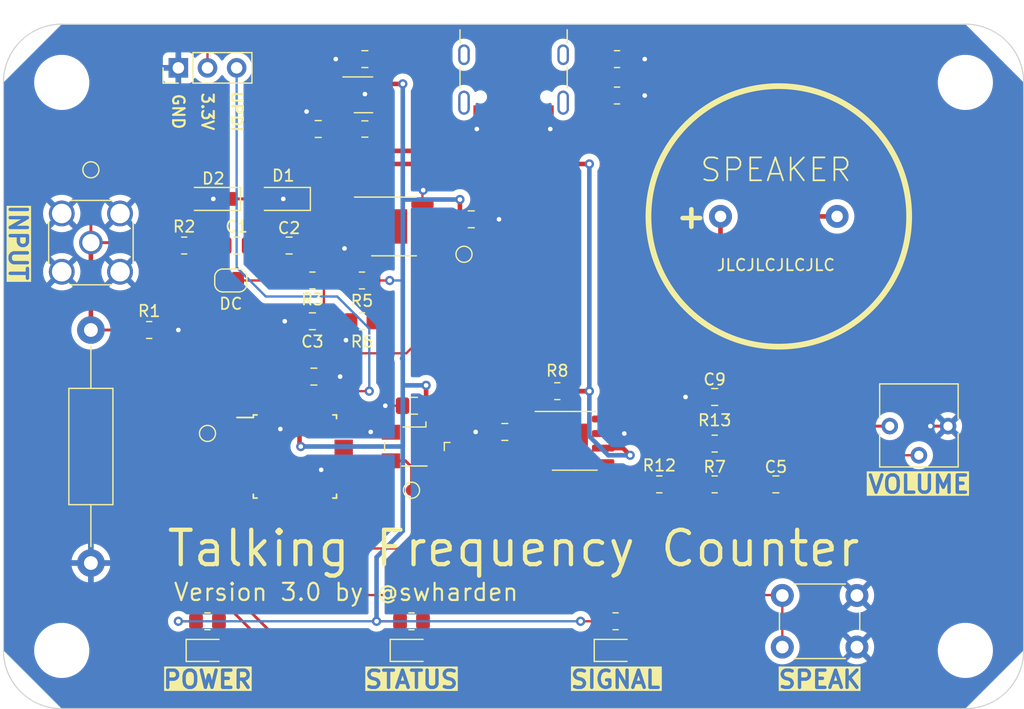
<source format=kicad_pcb>
(kicad_pcb (version 20221018) (generator pcbnew)
  (layers (0 "F.Cu" signal) (31 "B.Cu" signal) (34 "B.Paste" user) (35 "F.Paste" user) (36 "B.SilkS" user "B.Silkscreen") (37 "F.SilkS" user "F.Silkscreen") (38 "B.Mask" user) (39 "F.Mask" user) (44 "Edge.Cuts" user))
  (net 0 "")
  (net 1 "Net-(D1-A)")
  (net 2 "Net-(JP1-A)")
  (net 3 "Net-(IC1--IN)")
  (net 4 "Net-(IC1-+IN)")
  (net 5 "GND")
  (net 6 "+3.3V")
  (net 7 "Net-(C5-Pad1)")
  (net 8 "Net-(C5-Pad2)")
  (net 9 "Net-(IC2-+IN)")
  (net 10 "DAC")
  (net 11 "+5V")
  (net 12 "LED2")
  (net 13 "Net-(D3-A)")
  (net 14 "LED3")
  (net 15 "Net-(D4-A)")
  (net 16 "LED1")
  (net 17 "Net-(D6-A)")
  (net 18 "Net-(FB2-Pad1)")
  (net 21 "COMP_OUT")
  (net 22 "Net-(IC2-SHUTDOWN)")
  (net 23 "Net-(IC2--IN)")
  (net 24 "Net-(IC2-VO1)")
  (net 25 "Net-(IC2-VO2)")
  (net 26 "Net-(J1-In)")
  (net 27 "Net-(J3-CC1)")
  (net 28 "Net-(J3-CC2)")
  (net 29 "Net-(U3-PD6)")
  (net 30 "Net-(U3-PC3)")
  (net 31 "Net-(U3-XTAL32K1{slash}PF0)")
  (net 32 "Net-(U3-PA4)")
  (net 54 "Net-(J2-Pin_3)")
  (footprint "Capacitor_SMD:C_0805_2012Metric_Pad1.18x1.45mm_HandSolder" (layer "F.Cu") (at 163.576 108.712)
    (fp_text reference "C9")
    (fp_text value ".1u")
  )
  (footprint "Capacitor_SMD:C_0805_2012Metric_Pad1.18x1.45mm_HandSolder" (layer "F.Cu") (at 129.032 85.344)
    (fp_text reference "C10" hide)
    (fp_text value ".1u")
  )
  (footprint "MountingHole:MountingHole_4.3mm_M4" (layer "F.Cu") (at 106.68 130.81)
    (fp_text reference "REF**" hide)
    (fp_text value "MountingHole_4.3mm_M4" hide)
  )
  (footprint "Package_TO_SOT_SMD:SOT-23-5" (layer "F.Cu") (at 132.9745 82.362)
    (fp_text reference "U2" hide)
    (fp_text value "AP2112K-3.3")
  )
  (footprint "Capacitor_SMD:C_0805_2012Metric_Pad1.18x1.45mm_HandSolder" (layer "F.Cu") (at 145.288 111.76 180)
    (fp_text reference "C6" hide)
    (fp_text value ".1u")
  )
  (footprint "LED_SMD:LED_0805_2012Metric_Pad1.15x1.40mm_HandSolder" (layer "F.Cu") (at 154.94 130.81)
    (fp_text reference "D3" hide)
    (fp_text value "SIGNAL")
  )
  (footprint "Capacitor_SMD:C_0805_2012Metric_Pad1.18x1.45mm_HandSolder" (layer "F.Cu") (at 137.414 109.474)
    (fp_text reference "C8" hide)
    (fp_text value ".1u")
  )
  (footprint "MountingHole:MountingHole_4.3mm_M4" (layer "F.Cu") (at 106.68 81.28)
    (fp_text reference "REF**" hide)
    (fp_text value "MountingHole_4.3mm_M4" hide)
  )
  (footprint "Resistor_SMD:R_0805_2012Metric_Pad1.20x1.40mm_HandSolder" (layer "F.Cu") (at 132.842 102.108)
    (fp_text reference "R6")
    (fp_text value "10k")
  )
  (footprint "TestPoint:TestPoint_Pad_D1.0mm" (layer "F.Cu") (at 137.16 116.84)
    (fp_text reference "TP2" hide)
    (fp_text value "10MHz")
  )
  (footprint "Package_SO:SOIC-8-1EP_3.9x4.9mm_P1.27mm_EP2.29x3mm" (layer "F.Cu") (at 151.384 112.534)
    (fp_text reference "IC2" hide)
    (fp_text value "LM4862MX_NOPB")
  )
  (footprint "Resistor_SMD:R_0805_2012Metric_Pad1.20x1.40mm_HandSolder" (layer "F.Cu") (at 154.94 128.27 180)
    (fp_text reference "R4" hide)
    (fp_text value "10k")
  )
  (footprint "MountingHole:MountingHole_4.3mm_M4" (layer "F.Cu") (at 185.42 130.81 90)
    (fp_text reference "REF**" hide)
    (fp_text value "MountingHole_4.3mm_M4" hide)
  )
  (footprint "Resistor_SMD:R_0805_2012Metric_Pad1.20x1.40mm_HandSolder" (layer "F.Cu") (at 114.3 102.87)
    (fp_text reference "R1")
    (fp_text value "100k")
  )
  (footprint "Diode_SMD:D_SOD-123" (layer "F.Cu") (at 125.984 91.44 180)
    (fp_text reference "D1")
    (fp_text value "D")
  )
  (footprint "Resistor_SMD:R_0805_2012Metric_Pad1.20x1.40mm_HandSolder" (layer "F.Cu") (at 149.86 108.204 180)
    (fp_text reference "R8")
    (fp_text value "10k")
  )
  (footprint "Library:speaker SM231508" (layer "F.Cu") (at 169.164 92.964)
    (fp_text reference "LS1" hide)
    (fp_text value "Speaker")
  )
  (footprint "Resistor_THT:R_Axial_DIN0411_L9.9mm_D3.6mm_P20.32mm_Horizontal" (layer "F.Cu") (at 109.22 102.87 -90)
    (fp_text reference "R_LOAD1" hide)
    (fp_text value "50")
  )
  (footprint "Package_SO:SOIC-8-1EP_3.9x4.9mm_P1.27mm_EP2.29x3mm" (layer "F.Cu") (at 135.636 93.841)
    (fp_text reference "IC1" hide)
    (fp_text value "TLV3501AIDR")
  )
  (footprint "Resistor_SMD:R_0805_2012Metric_Pad1.20x1.40mm_HandSolder" (layer "F.Cu") (at 128.524 98.552 180)
    (fp_text reference "R3")
    (fp_text value "100k")
  )
  (footprint "Resistor_SMD:R_0805_2012Metric_Pad1.20x1.40mm_HandSolder" (layer "F.Cu") (at 132.842 98.552)
    (fp_text reference "R5")
    (fp_text value "10k")
  )
  (footprint "Capacitor_SMD:C_0805_2012Metric_Pad1.18x1.45mm_HandSolder" (layer "F.Cu") (at 121.92 95.504 180)
    (fp_text reference "C1")
    (fp_text value ".1u")
  )
  (footprint "Capacitor_SMD:C_0805_2012Metric_Pad1.18x1.45mm_HandSolder" (layer "F.Cu") (at 133.096 79.248)
    (fp_text reference "C11" hide)
    (fp_text value ".1u")
  )
  (footprint "LED_SMD:LED_0805_2012Metric_Pad1.15x1.40mm_HandSolder" (layer "F.Cu") (at 119.38 130.81)
    (fp_text reference "D6" hide)
    (fp_text value "POWER")
  )
  (footprint "Resistor_SMD:R_0805_2012Metric_Pad1.20x1.40mm_HandSolder" (layer "F.Cu") (at 163.576 116.332)
    (fp_text reference "R7")
    (fp_text value "1k")
  )
  (footprint "Resistor_SMD:R_0805_2012Metric_Pad1.20x1.40mm_HandSolder" (layer "F.Cu") (at 163.576 112.776)
    (fp_text reference "R13")
    (fp_text value "10k")
  )
  (footprint "Diode_SMD:D_SOD-123" (layer "F.Cu") (at 119.888 91.44 180)
    (fp_text reference "D2")
    (fp_text value "D")
  )
  (footprint "Package_QFP:TQFP-32_7x7mm_P0.8mm" (layer "F.Cu") (at 127 113.9)
    (fp_text reference "U3" hide)
    (fp_text value "AVR64DD32")
  )
  (footprint "Capacitor_SMD:C_0805_2012Metric_Pad1.18x1.45mm_HandSolder" (layer "F.Cu") (at 128.524 102.108 180)
    (fp_text reference "C3")
    (fp_text value ".1u")
  )
  (footprint "Resistor_SMD:R_0805_2012Metric_Pad1.20x1.40mm_HandSolder" (layer "F.Cu") (at 119.38 128.27 180)
    (fp_text reference "R16" hide)
    (fp_text value "10k")
  )
  (footprint "TestPoint:TestPoint_Pad_D1.0mm" (layer "F.Cu") (at 109.22 88.9)
    (fp_text reference "TP3" hide)
    (fp_text value "SIG_IN")
  )
  (footprint "LED_SMD:LED_0805_2012Metric_Pad1.15x1.40mm_HandSolder" (layer "F.Cu") (at 137.16 130.81)
    (fp_text reference "D4" hide)
    (fp_text value "STATUS")
  )
  (footprint "Resistor_SMD:R_0805_2012Metric_Pad1.20x1.40mm_HandSolder" (layer "F.Cu") (at 155.067 82.423)
    (fp_text reference "R11" hide)
    (fp_text value "5.1k")
  )
  (footprint "Capacitor_SMD:C_0805_2012Metric_Pad1.18x1.45mm_HandSolder" (layer "F.Cu") (at 142.367 93.218 180)
    (fp_text reference "C4" hide)
    (fp_text value ".1u")
  )
  (footprint "Resistor_SMD:R_0805_2012Metric_Pad1.20x1.40mm_HandSolder" (layer "F.Cu") (at 137.16 128.27 180)
    (fp_text reference "R9" hide)
    (fp_text value "10k")
  )
  (footprint "MountingHole:MountingHole_4.3mm_M4" (layer "F.Cu") (at 185.42 81.28)
    (fp_text reference "REF**" hide)
    (fp_text value "MountingHole_4.3mm_M4" hide)
  )
  (footprint "Capacitor_SMD:C_0805_2012Metric_Pad1.18x1.45mm_HandSolder" (layer "F.Cu") (at 168.91 116.332)
    (fp_text reference "C5")
    (fp_text value ".1u")
  )
  (footprint "Jumper:SolderJumper-2_P1.3mm_Open_RoundedPad1.0x1.5mm" (layer "F.Cu") (at 121.412 98.552)
    (fp_text reference "JP1" hide)
    (fp_text value "DC_INPUT")
  )
  (footprint "Inductor_SMD:L_0805_2012Metric_Pad1.15x1.40mm_HandSolder" (layer "F.Cu") (at 133.096 85.344 180)
    (fp_text reference "FB2" hide)
    (fp_text value "Ferrite")
  )
  (footprint "Potentiometer_THT:Potentiometer_Vishay_T73YP_Vertical" (layer "F.Cu") (at 178.831 111.252 -90)
    (fp_text reference "RV1" hide)
    (fp_text value "R_VOL")
  )
  (footprint "Library:USB_C_Receptacle_GCT_USB4105-xx-A_16P_TopMnt_Horizontal" (layer "F.Cu") (at 146.052 79.942 180)
    (fp_text reference "J3" hide)
    (fp_text value "USB_C_Receptacle_PowerOnly_6P")
  )
  (footprint "Capacitor_SMD:C_0805_2012Metric_Pad1.18x1.45mm_HandSolder" (layer "F.Cu") (at 126.492 95.504 180)
    (fp_text reference "C2")
    (fp_text value ".1u")
  )
  (footprint "Oscillator:Oscillator_SMD_Fox_FT5H_5.0x3.2mm" (layer "F.Cu") (at 137.414 113.03 -90)
    (fp_text reference "U4" hide)
    (fp_text value "FT5HV")
  )
  (footprint "Resistor_SMD:R_0805_2012Metric_Pad1.20x1.40mm_HandSolder" (layer "F.Cu") (at 158.75 116.332)
    (fp_text reference "R12")
    (fp_text value "47k")
  )
  (footprint "TestPoint:TestPoint_Pad_D1.0mm" (layer "F.Cu") (at 141.732 96.266)
    (fp_text reference "TP1" hide)
    (fp_text value "AMP_OUT")
  )
  (footprint "Resistor_SMD:R_0805_2012Metric_Pad1.20x1.40mm_HandSolder" (layer "F.Cu") (at 155.067 79.248)
    (fp_text reference "R10" hide)
    (fp_text value "5.1k")
  )
  (footprint "Connector_Coaxial:SMA_Amphenol_132134_Vertical" (layer "F.Cu") (at 109.22 95.25)
    (fp_text reference "J1" hide)
    (fp_text value "Conn_Coaxial")
  )
  (footprint "Button_Switch_THT:SW_PUSH_6mm_H5mm" (layer "F.Cu") (at 169.47 126.02)
    (fp_text reference "SW1" hide)
    (fp_text value "SPEAK")
  )
  (footprint "Resistor_SMD:R_0805_2012Metric_Pad1.20x1.40mm_HandSolder" (layer "F.Cu") (at 117.348 95.504)
    (fp_text reference "R2")
    (fp_text value "1k")
  )
  (footprint "Capacitor_SMD:C_0805_2012Metric_Pad1.18x1.45mm_HandSolder" (layer "F.Cu") (at 128.651 106.934 180)
    (fp_text reference "C7" hide)
    (fp_text value ".1u")
  )
  (footprint "Connector_PinHeader_2.54mm:PinHeader_1x03_P2.54mm_Vertical" (layer "F.Cu") (at 116.84 80.01 90)
    (fp_text reference "J2" hide)
    (fp_text value "PROG")
  )
  (footprint "TestPoint:TestPoint_Pad_D1.0mm" (layer "F.Cu") (at 119.38 111.887)
    (fp_text reference "TP4" hide)
    (fp_text value "MCU_TX")
  )
  (gr_arc (start 185.42 76.2) (mid 189.012102 77.687898) (end 190.5 81.28) (stroke (width 0.1)) (layer "Edge.Cuts"))
  (gr_line (start 185.42 135.89) (end 106.68 135.89) (stroke (width 0.1)) (layer "Edge.Cuts"))
  (gr_arc (start 101.6 81.28) (mid 103.087898 77.687898) (end 106.68 76.2) (stroke (width 0.1)) (layer "Edge.Cuts"))
  (gr_line (start 101.6 81.28) (end 101.6 130.81) (stroke (width 0.1)) (layer "Edge.Cuts"))
  (gr_arc (start 106.68 135.89) (mid 103.087898 134.402102) (end 101.6 130.81) (stroke (width 0.1)) (layer "Edge.Cuts"))
  (gr_line (start 190.5 130.81) (end 190.5 81.28) (stroke (width 0.1)) (layer "Edge.Cuts"))
  (gr_arc (start 190.5 130.81) (mid 189.012102 134.402102) (end 185.42 135.89) (stroke (width 0.1)) (layer "Edge.Cuts"))
  (gr_line (start 185.42 76.2) (end 106.68 76.2) (stroke (width 0.1)) (layer "Edge.Cuts"))
  (gr_text "LOAD" (at 109.22 113.03 90) (layer "F.Cu") (effects (font (size 1.5 1.5) (thickness 0.3) bold)))
  (gr_text "DC" (at 121.412 100.584) (layer "F.SilkS") (effects (font (size 1 1))))
  (gr_text "Talking Frequency Counter" (at 146.05 121.92) (layer "F.SilkS") (effects (font (size 3 3) (thickness 0.375))))
  (gr_text "SPEAKER" (at 168.91 88.9) (layer "F.SilkS") (effects (font (size 2 2))))
  (gr_text "STATUS" (at 137.16 133.35) (layer "F.SilkS" knockout) (effects (font (size 1.5 1.5) (thickness 0.3) bold)))
  (gr_text "POWER" (at 119.38 133.35) (layer "F.SilkS" knockout) (effects (font (size 1.5 1.5) (thickness 0.3) bold)))
  (gr_text "SPEAK" (at 172.72 133.35) (layer "F.SilkS" knockout) (effects (font (size 1.5 1.5) (thickness 0.3) bold)))
  (gr_text "INPUT" (at 102.87 95.25 270) (layer "F.SilkS" knockout) (effects (font (size 1.5 1.5) (thickness 0.3) bold)))
  (gr_text "SIGNAL" (at 154.94 133.35) (layer "F.SilkS" knockout) (effects (font (size 1.5 1.5) (thickness 0.3) bold)))
  (gr_text "UPDI" (at 121.92 83.82 270) (layer "F.SilkS") (effects (font (size 1 1) (thickness 0.1875))))
  (gr_text "GND" (at 116.84 83.82 270) (layer "F.SilkS") (effects (font (size 1 1) (thickness 0.1875))))
  (gr_text "Version 3.0 by @swharden" (at 116.332 125.73) (layer "F.SilkS") (effects (font (size 1.5 1.5) (thickness 0.1875)) (justify left)))
  (gr_text "JLCJLCJLCJLC" (at 168.91 97.79) (layer "F.SilkS") (effects (font (size 1 1)) (justify bottom)))
  (gr_text "VOLUME" (at 181.356 116.332) (layer "F.SilkS" knockout) (effects (font (size 1.5 1.5) (thickness 0.3) bold)))
  (gr_text "3.3V" (at 119.38 83.82 270) (layer "F.SilkS") (effects (font (size 1 1) (thickness 0.1875))))
  (segment (start 122.936 91.44) (end 121.538 91.44) (width 0.25) (layer "F.Cu") (net 1))
  (segment (start 122.9575 95.504) (end 125.4545 95.504) (width 0.25) (layer "F.Cu") (net 1))
  (segment (start 122.9575 95.504) (end 122.9575 91.4615) (width 0.25) (layer "F.Cu") (net 1))
  (segment (start 121.538 91.44) (end 124.334 91.44) (width 0.25) (layer "F.Cu") (net 1))
  (segment (start 122.9575 91.4615) (end 122.936 91.44) (width 0.25) (layer "F.Cu") (net 1))
  (segment (start 118.348 95.504) (end 120.8825 95.504) (width 0.25) (layer "F.Cu") (net 2))
  (segment (start 120.8825 95.504) (end 120.8825 98.4315) (width 0.25) (layer "F.Cu") (net 2))
  (segment (start 120.8825 98.4315) (end 120.762 98.552) (width 0.25) (layer "F.Cu") (net 2))
  (segment (start 127.5295 95.504) (end 127.5295 98.5465) (width 0.2) (layer "F.Cu") (net 3))
  (segment (start 128.5025 93.472) (end 133.034 93.472) (width 0.2) (layer "F.Cu") (net 3))
  (segment (start 133.034 93.472) (end 133.161 93.345) (width 0.2) (layer "F.Cu") (net 3))
  (segment (start 127.5295 98.5465) (end 127.524 98.552) (width 0.2) (layer "F.Cu") (net 3))
  (segment (start 127.5295 95.504) (end 127.5295 94.445) (width 0.2) (layer "F.Cu") (net 3))
  (segment (start 122.062 98.552) (end 127.524 98.552) (width 0.2) (layer "F.Cu") (net 3))
  (segment (start 127.5295 94.445) (end 128.5025 93.472) (width 0.2) (layer "F.Cu") (net 3))
  (segment (start 132.334 100.33) (end 133.35 100.33) (width 0.2) (layer "F.Cu") (net 4))
  (segment (start 129.524 98.552) (end 131.842 98.552) (width 0.2) (layer "F.Cu") (net 4))
  (segment (start 129.524 95.52) (end 130.568 94.476) (width 0.2) (layer "F.Cu") (net 4))
  (segment (start 130.568 94.476) (end 133.161 94.476) (width 0.2) (layer "F.Cu") (net 4))
  (segment (start 133.35 100.33) (end 133.842 100.822) (width 0.2) (layer "F.Cu") (net 4))
  (segment (start 131.842 98.552) (end 131.842 99.838) (width 0.2) (layer "F.Cu") (net 4))
  (segment (start 129.524 102.0705) (end 129.5615 102.108) (width 0.2) (layer "F.Cu") (net 4))
  (segment (start 129.524 98.552) (end 129.524 95.52) (width 0.2) (layer "F.Cu") (net 4))
  (segment (start 133.842 100.822) (end 133.842 102.108) (width 0.2) (layer "F.Cu") (net 4))
  (segment (start 131.842 99.838) (end 132.334 100.33) (width 0.2) (layer "F.Cu") (net 4))
  (segment (start 129.524 98.552) (end 129.524 102.0705) (width 0.2) (layer "F.Cu") (net 4))
  (segment (start 131.445 102.505) (end 131.842 102.108) (width 0.2) (layer "F.Cu") (net 5))
  (segment (start 133.604 111.76) (end 135.344 111.76) (width 0.25) (layer "F.Cu") (net 5))
  (segment (start 127.9945 83.8415) (end 128.016 83.82) (width 0.2) (layer "F.Cu") (net 5))
  (segment (start 144.2505 111.76) (end 142.748 111.76) (width 0.2) (layer "F.Cu") (net 5))
  (segment (start 131.445 103.759) (end 131.445 102.505) (width 0.2) (layer "F.Cu") (net 5))
  (segment (start 157.48 79.248) (end 156.067 79.248) (width 0.2) (layer "F.Cu") (net 5))
  (segment (start 144.78 93.218) (end 143.4045 93.218) (width 0.2) (layer "F.Cu") (net 5))
  (segment (start 131.25 115.1) (end 129.324 115.1) (width 0.4) (layer "F.Cu") (net 5))
  (segment (start 155.702 111.899) (end 153.859 111.899) (width 0.4) (layer "F.Cu") (net 5))
  (segment (start 131.318 95.758) (end 133.034 95.758) (width 0.2) (layer "F.Cu") (net 5))
  (segment (start 127.634 91.44) (end 125.984 91.44) (width 0.25) (layer "F.Cu") (net 5))
  (segment (start 126.111 102.108) (end 127.4865 102.108) (width 0.2) (layer "F.Cu") (net 5))
  (segment (start 138.176 90.678) (end 138.111 90.743) (width 0.2) (layer "F.Cu") (net 5))
  (segment (start 125.73 111.506) (end 126.6 110.636) (width 0.4) (layer "F.Cu") (net 5))
  (segment (start 118.238 91.44) (end 119.888 91.44) (width 0.25) (layer "F.Cu") (net 5))
  (segment (start 149.25 85.344) (end 149.25 83.8454) (width 0.4) (layer "F.Cu") (net 5))
  (segment (start 133.034 95.758) (end 133.161 95.885) (width 0.2) (layer "F.Cu") (net 5))
  (segment (start 115.3 102.87) (end 116.84 102.87) (width 0.25) (layer "F.Cu") (net 5))
  (segment (start 129.6885 106.934) (end 130.937 106.934) (width 0.2) (layer "F.Cu") (net 5))
  (segment (start 129.324 115.1) (end 129.286 115.062) (width 0.4) (layer "F.Cu") (net 5))
  (segment (start 157.48 82.423) (end 156.067 82.423) (width 0.2) (layer "F.Cu") (net 5))
  (segment (start 133.03 82.362) (end 133.096 82.296) (width 0.4) (layer "F.Cu") (net 5))
  (segment (start 126.6 110.636) (end 126.6 109.65) (width 0.4) (layer "F.Cu") (net 5))
  (segment (start 136.3765 109.474) (end 134.874 109.474) (width 0.2) (layer "F.Cu") (net 5))
  (segment (start 131.837 82.362) (end 133.03 82.362) (width 0.4) (layer "F.Cu") (net 5))
  (segment (start 135.344 111.76) (end 135.364 111.78) (width 0.25) (layer "F.Cu") (net 5))
  (segment (start 132.0585 79.248) (end 130.556 79.248) (width 0.2) (layer "F.Cu") (net 5))
  (segment (start 142.85 85.344) (end 142.85 83.8454) (width 0.4) (layer "F.Cu") (net 5))
  (segment (start 138.111 90.743) (end 138.111 92.075) (width 0.2) (layer "F.Cu") (net 5))
  (segment (start 182.372 111.252) (end 183.911 111.252) (width 0.25) (layer "F.Cu") (net 5))
  (segment (start 161.036 108.712) (end 162.5385 108.712) (width 0.25) (layer "F.Cu") (net 5))
  (segment (start 127.9945 85.344) (end 127.9945 83.8415) (width 0.2) (layer "F.Cu") (net 5))
  (via (at 131.318 95.758) (size 0.8) (drill 0.4) (layers "F.Cu" "B.Cu") (net 5))
  (via (at 142.85 85.344) (size 0.8) (drill 0.4) (layers "F.Cu" "B.Cu") (net 5))
  (via (at 149.25 85.344) (size 0.8) (drill 0.4) (layers "F.Cu" "B.Cu") (net 5))
  (via (at 125.984 91.44) (size 0.8) (drill 0.4) (layers "F.Cu" "B.Cu") (net 5))
  (via (at 155.702 111.899) (size 0.8) (drill 0.4) (layers "F.Cu" "B.Cu") (net 5))
  (via (at 157.48 82.423) (size 0.8) (drill 0.4) (layers "F.Cu" "B.Cu") (net 5))
  (via (at 142.748 111.76) (size 0.8) (drill 0.4) (layers "F.Cu" "B.Cu") (net 5))
  (via (at 130.556 79.248) (size 0.8) (drill 0.4) (layers "F.Cu" "B.Cu") (net 5))
  (via (at 157.48 79.248) (size 0.8) (drill 0.4) (layers "F.Cu" "B.Cu") (net 5))
  (via (at 129.286 115.062) (size 0.8) (drill 0.4) (layers "F.Cu" "B.Cu") (net 5))
  (via (at 119.888 91.44) (size 0.8) (drill 0.4) (layers "F.Cu" "B.Cu") (net 5))
  (via (at 125.73 111.506) (size 0.8) (drill 0.4) (layers "F.Cu" "B.Cu") (net 5))
  (via (at 134.874 109.474) (size 0.8) (drill 0.4) (layers "F.Cu" "B.Cu") (net 5))
  (via (at 116.84 102.87) (size 0.8) (drill 0.4) (layers "F.Cu" "B.Cu") (net 5))
  (via (at 182.372 111.252) (size 0.8) (drill 0.4) (layers "F.Cu" "B.Cu") (net 5))
  (via (at 161.036 108.712) (size 0.8) (drill 0.4) (layers "F.Cu" "B.Cu") (net 5))
  (via (at 131.445 103.759) (size 0.8) (drill 0.4) (layers "F.Cu" "B.Cu") (net 5))
  (via (at 133.096 82.296) (size 0.8) (drill 0.4) (layers "F.Cu" "B.Cu") (net 5))
  (via (at 128.016 83.82) (size 0.8) (drill 0.4) (layers "F.Cu" "B.Cu") (net 5))
  (via (at 130.937 106.934) (size 0.8) (drill 0.4) (layers "F.Cu" "B.Cu") (net 5))
  (via (at 144.78 93.218) (size 0.8) (drill 0.4) (layers "F.Cu" "B.Cu") (net 5))
  (via (at 138.176 90.678) (size 0.8) (drill 0.4) (layers "F.Cu" "B.Cu") (net 5))
  (via (at 133.604 111.76) (size 0.8) (drill 0.4) (layers "F.Cu" "B.Cu") (net 5))
  (via (at 126.111 102.108) (size 0.8) (drill 0.4) (layers "F.Cu" "B.Cu") (net 5))
  (segment (start 138.43 109.4525) (end 138.4515 109.474) (width 0.4) (layer "F.Cu") (net 6))
  (segment (start 134.1335 78.2535) (end 134.1335 79.248) (width 0.2) (layer "F.Cu") (net 6))
  (segment (start 140.7375 93.218) (end 141.3295 93.218) (width 0.2) (layer "F.Cu") (net 6))
  (segment (start 140.716 93.1965) (end 140.7375 93.218) (width 0.2) (layer "F.Cu") (net 6))
  (segment (start 153.924 128.254) (end 153.94 128.27) (width 0.2) (layer "F.Cu") (net 6))
  (segment (start 153.94 128.27) (end 151.892 128.27) (width 0.2) (layer "F.Cu") (net 6))
  (segment (start 136.393 81.412) (end 136.398 81.407) (width 0.2) (layer "F.Cu") (net 6))
  (segment (start 127.4 112.922) (end 127.4 109.65) (width 0.4) (layer "F.Cu") (net 6))
  (segment (start 136.16 128.27) (end 136.144 128.254) (width 0.2) (layer "F.Cu") (net 6))
  (segment (start 139.464 111.78) (end 139.464 110.4865) (width 0.4) (layer "F.Cu") (net 6))
  (segment (start 138.238 93.218) (end 138.111 93.345) (width 0.2) (layer "F.Cu") (net 6))
  (segment (start 141.3764 93.1711) (end 141.3295 93.218) (width 0.4) (layer "F.Cu") (net 6))
  (segment (start 141.351 93.1965) (end 141.3295 93.218) (width 0.4) (layer "F.Cu") (net 6))
  (segment (start 138.43 107.696) (end 138.43 109.4525) (width 0.4) (layer "F.Cu") (net 6))
  (segment (start 133.842 98.552) (end 135.255 98.552) (width 0.2) (layer "F.Cu") (net 6))
  (segment (start 120.396 77.216) (end 133.096 77.216) (width 0.2) (layer "F.Cu") (net 6))
  (segment (start 136.398 128.032) (end 136.16 128.27) (width 0.2) (layer "F.Cu") (net 6))
  (segment (start 118.38 128.27) (end 116.84 128.27) (width 0.2) (layer "F.Cu") (net 6))
  (segment (start 127.4 107.1475) (end 127.6135 106.934) (width 0.4) (layer "F.Cu") (net 6))
  (segment (start 119.38 78.232) (end 120.396 77.216) (width 0.2) (layer "F.Cu") (net 6))
  (segment (start 139.464 110.4865) (end 138.4515 109.474) (width 0.4) (layer "F.Cu") (net 6))
  (segment (start 141.351 93.2395) (end 141.3295 93.218) (width 0.4) (layer "F.Cu") (net 6))
  (segment (start 141.3764 91.4908) (end 141.3764 93.1711) (width 0.4) (layer "F.Cu") (net 6))
  (segment (start 119.38 80.01) (end 119.38 78.232) (width 0.2) (layer "F.Cu") (net 6))
  (segment (start 134.112 79.3355) (end 134.0905 79.314) (width 0.2) (layer "F.Cu") (net 6))
  (segment (start 140.716 93.2395) (end 140.8215 93.345) (width 0.2) (layer "F.Cu") (net 6))
  (segment (start 141.3295 93.218) (end 138.238 93.218) (width 0.4) (layer "F.Cu") (net 6))
  (segment (start 139.464 111.78) (end 139.464 114.28) (width 0.4) (layer "F.Cu") (net 6))
  (segment (start 133.096 77.216) (end 134.1335 78.2535) (width 0.2) (layer "F.Cu") (net 6))
  (segment (start 134.112 81.412) (end 134.112 79.3355) (width 0.2) (layer "F.Cu") (net 6))
  (segment (start 134.112 81.412) (end 136.393 81.412) (width 0.4) (layer "F.Cu") (net 6))
  (segment (start 127.4 109.65) (end 127.4 107.1475) (width 0.4) (layer "F.Cu") (net 6))
  (segment (start 136.16 128.27) (end 134.112 128.27) (width 0.2) (layer "F.Cu") (net 6))
  (segment (start 127.508 113.03) (end 127.4 112.922) (width 0.4) (layer "F.Cu") (net 6))
  (segment (start 118.38 128.27) (end 118.364 128.254) (width 0.2) (layer "F.Cu") (net 6))
  (via (at 141.3764 91.4908) (size 0.8) (drill 0.4) (layers "F.Cu" "B.Cu") (net 6))
  (via (at 151.892 128.27) (size 0.8) (drill 0.4) (layers "F.Cu" "B.Cu") (net 6))
  (via (at 116.84 128.27) (size 0.8) (drill 0.4) (layers "F.Cu" "B.Cu") (net 6))
  (via (at 136.398 81.407) (size 0.8) (drill 0.4) (layers "F.Cu" "B.Cu") (net 6))
  (via (at 135.255 98.552) (size 0.8) (drill 0.4) (layers "F.Cu" "B.Cu") (net 6))
  (via (at 134.112 128.27) (size 0.8) (drill 0.4) (layers "F.Cu" "B.Cu") (net 6))
  (via (at 127.508 113.03) (size 0.8) (drill 0.4) (layers "F.Cu" "B.Cu") (net 6))
  (via (at 138.43 107.696) (size 0.8) (drill 0.4) (layers "F.Cu" "B.Cu") (net 6))
  (segment (start 141.3764 91.4908) (end 136.398 91.4908) (width 0.4) (layer "B.Cu") (net 6))
  (segment (start 136.271 98.552) (end 136.398 98.679) (width 0.2) (layer "B.Cu") (net 6))
  (segment (start 134.112 122.682) (end 134.112 128.27) (width 0.4) (layer "B.Cu") (net 6))
  (segment (start 127.508 113.03) (end 136.398 113.03) (width 0.4) (layer "B.Cu") (net 6))
  (segment (start 136.398 91.4908) (end 136.398 91.694) (width 0.4) (layer "B.Cu") (net 6))
  (segment (start 135.255 98.552) (end 136.271 98.552) (width 0.2) (layer "B.Cu") (net 6))
  (segment (start 116.84 128.27) (end 134.112 128.27) (width 0.2) (layer "B.Cu") (net 6))
  (segment (start 136.398 107.696) (end 138.43 107.696) (width 0.4) (layer "B.Cu") (net 6))
  (segment (start 136.398 105.288674) (end 136.398 98.679) (width 0.4) (layer "B.Cu") (net 6))
  (segment (start 136.398 81.407) (end 136.398 91.694) (width 0.4) (layer "B.Cu") (net 6))
  (segment (start 136.339174 105.3475) (end 136.398 105.406326) (width 0.4) (layer "B.Cu") (net 6))
  (segment (start 136.398 120.396) (end 134.112 122.682) (width 0.4) (layer "B.Cu") (net 6))
  (segment (start 136.398 105.406326) (end 136.398 107.696) (width 0.4) (layer "B.Cu") (net 6))
  (segment (start 136.398 107.696) (end 136.398 111.506) (width 0.4) (layer "B.Cu") (net 6))
  (segment (start 136.398 111.506) (end 136.398 120.396) (width 0.4) (layer "B.Cu") (net 6))
  (segment (start 151.892 128.27) (end 134.112 128.27) (width 0.2) (layer "B.Cu") (net 6))
  (segment (start 136.339174 105.3475) (end 136.398 105.288674) (width 0.4) (layer "B.Cu") (net 6))
  (segment (start 136.398 113.03) (end 136.398 111.506) (width 0.4) (layer "B.Cu") (net 6))
  (segment (start 136.398 91.694) (end 136.398 98.679) (width 0.4) (layer "B.Cu") (net 6))
  (segment (start 164.576 116.332) (end 167.8725 116.332) (width 0.25) (layer "F.Cu") (net 7))
  (segment (start 175.26 113.792) (end 181.371 113.792) (width 0.2) (layer "F.Cu") (net 8))
  (segment (start 169.9475 116.332) (end 172.72 116.332) (width 0.2) (layer "F.Cu") (net 8))
  (segment (start 172.72 116.332) (end 175.26 113.792) (width 0.2) (layer "F.Cu") (net 8))
  (segment (start 148.77 111.76) (end 148.909 111.899) (width 0.2) (layer "F.Cu") (net 9))
  (segment (start 148.909 111.899) (end 148.909 113.169) (width 0.2) (layer "F.Cu") (net 9))
  (segment (start 146.3255 111.76) (end 148.77 111.76) (width 0.2) (layer "F.Cu") (net 9))
  (segment (start 164.576 108.7495) (end 164.6135 108.712) (width 0.25) (layer "F.Cu") (net 10))
  (segment (start 164.576 112.776) (end 164.576 108.7495) (width 0.25) (layer "F.Cu") (net 10))
  (segment (start 169.799 111.252) (end 178.831 111.252) (width 0.25) (layer "F.Cu") (net 10))
  (segment (start 164.6135 108.712) (end 167.259 108.712) (width 0.25) (layer "F.Cu") (net 10))
  (segment (start 167.259 108.712) (end 169.799 111.252) (width 0.25) (layer "F.Cu") (net 10))
  (segment (start 155.587 113.169) (end 153.859 113.169) (width 0.4) (layer "F.Cu") (net 11))
  (segment (start 131.837 85.11) (end 131.837 83.312) (width 0.2) (layer "F.Cu") (net 11))
  (segment (start 131.98 81.269) (end 131.837 81.412) (width 0.4) (layer "F.Cu") (net 11))
  (segment (start 130.7745 82.739817) (end 130.7745 81.984183) (width 0.4) (layer "F.Cu") (net 11))
  (segment (start 131.346683 83.312) (end 130.7745 82.739817) (width 0.4) (layer "F.Cu") (net 11))
  (segment (start 130.7745 81.984183) (end 131.346683 81.412) (width 0.4) (layer "F.Cu") (net 11))
  (segment (start 132.071 86.351) (end 132.071 85.344) (width 0.4) (layer "F.Cu") (net 11))
  (segment (start 151.606 108.204) (end 150.86 108.204) (width 0.4) (layer "F.Cu") (net 11))
  (segment (start 152.654 88.392) (end 134.112 88.392) (width 0.4) (layer "F.Cu") (net 11))
  (segment (start 132.071 85.344) (end 131.837 85.11) (width 0.2) (layer "F.Cu") (net 11))
  (segment (start 150.86 108.204) (end 152.654 108.204) (width 0.4) (layer "F.Cu") (net 11))
  (segment (start 134.112 88.392) (end 132.071 86.351) (width 0.4) (layer "F.Cu") (net 11))
  (segment (start 131.837 83.312) (end 131.346683 83.312) (width 0.4) (layer "F.Cu") (net 11))
  (segment (start 156.21 113.792) (end 155.587 113.169) (width 0.4) (layer "F.Cu") (net 11))
  (segment (start 130.0695 85.344) (end 132.071 85.344) (width 0.2) (layer "F.Cu") (net 11))
  (segment (start 150.876 108.188) (end 150.86 108.204) (width 0.4) (layer "F.Cu") (net 11))
  (segment (start 152.384 108.204) (end 150.86 108.204) (width 0.4) (layer "F.Cu") (net 11))
  (segment (start 131.346683 81.412) (end 131.837 81.412) (width 0.4) (layer "F.Cu") (net 11))
  (via (at 152.654 108.204) (size 0.8) (drill 0.4) (layers "F.Cu" "B.Cu") (net 11))
  (via (at 152.654 88.392) (size 0.8) (drill 0.4) (layers "F.Cu" "B.Cu") (net 11))
  (via (at 156.21 113.792) (size 0.8) (drill 0.4) (layers "F.Cu" "B.Cu") (net 11))
  (segment (start 152.654 108.204) (end 152.654 112.141) (width 0.4) (layer "B.Cu") (net 11))
  (segment (start 154.305 113.792) (end 156.21 113.792) (width 0.4) (layer "B.Cu") (net 11))
  (segment (start 152.654 108.204) (end 152.654 88.392) (width 0.4) (layer "B.Cu") (net 11))
  (segment (start 152.654 112.141) (end 154.305 113.792) (width 0.4) (layer "B.Cu") (net 11))
  (segment (start 118.159604 115.9) (end 115.062 118.997604) (width 0.25) (layer "F.Cu") (net 12))
  (segment (start 147.066 130.81) (end 153.915 130.81) (width 0.25) (layer "F.Cu") (net 12))
  (segment (start 126.492 132.334) (end 145.542 132.334) (width 0.25) (layer "F.Cu") (net 12))
  (segment (start 115.062 118.997604) (end 115.062 123.952) (width 0.25) (layer "F.Cu") (net 12))
  (segment (start 122.75 115.9) (end 118.159604 115.9) (width 0.25) (layer "F.Cu") (net 12))
  (segment (start 120.65 126.492) (end 126.492 132.334) (width 0.25) (layer "F.Cu") (net 12))
  (segment (start 145.542 132.334) (end 147.066 130.81) (width 0.25) (layer "F.Cu") (net 12))
  (segment (start 117.602 126.492) (end 120.65 126.492) (width 0.25) (layer "F.Cu") (net 12))
  (segment (start 115.062 123.952) (end 117.602 126.492) (width 0.25) (layer "F.Cu") (net 12))
  (segment (start 155.94 130.785) (end 155.965 130.81) (width 0.2) (layer "F.Cu") (net 13))
  (segment (start 155.94 128.27) (end 155.94 130.785) (width 0.2) (layer "F.Cu") (net 13))
  (segment (start 116.078 119.634) (end 116.078 123.444) (width 0.25) (layer "F.Cu") (net 14))
  (segment (start 119.012 116.7) (end 116.078 119.634) (width 0.25) (layer "F.Cu") (net 14))
  (segment (start 122.75 116.7) (end 119.012 116.7) (width 0.25) (layer "F.Cu") (net 14))
  (segment (start 126.492 130.81) (end 136.135 130.81) (width 0.25) (layer "F.Cu") (net 14))
  (segment (start 121.158 125.476) (end 126.492 130.81) (width 0.25) (layer "F.Cu") (net 14))
  (segment (start 116.078 123.444) (end 118.11 125.476) (width 0.25) (layer "F.Cu") (net 14))
  (segment (start 118.11 125.476) (end 121.158 125.476) (width 0.25) (layer "F.Cu") (net 14))
  (segment (start 138.16 130.785) (end 138.185 130.81) (width 0.2) (layer "F.Cu") (net 15))
  (segment (start 138.16 128.27) (end 138.16 130.785) (width 0.2) (layer "F.Cu") (net 15))
  (segment (start 114.046 118.618) (end 117.564 115.1) (width 0.25) (layer "F.Cu") (net 16))
  (segment (start 118.355 130.81) (end 117.348 130.81) (width 0.25) (layer "F.Cu") (net 16))
  (segment (start 117.564 115.1) (end 122.75 115.1) (width 0.25) (layer "F.Cu") (net 16))
  (segment (start 117.348 130.81) (end 114.046 127.508) (width 0.25) (layer "F.Cu") (net 16))
  (segment (start 114.046 127.508) (end 114.046 118.618) (width 0.25) (layer "F.Cu") (net 16))
  (segment (start 120.38 130.785) (end 120.405 130.81) (width 0.2) (layer "F.Cu") (net 17))
  (segment (start 120.38 128.27) (end 120.38 130.785) (width 0.2) (layer "F.Cu") (net 17))
  (segment (start 143.65 84.722) (end 143.65 83.8454) (width 0.4) (layer "F.Cu") (net 18))
  (segment (start 148.45 84.7204) (end 147.8264 85.344) (width 0.4) (layer "F.Cu") (net 18))
  (segment (start 144.272 85.344) (end 143.65 84.722) (width 0.4) (layer "F.Cu") (net 18))
  (segment (start 134.121 86.369) (end 134.121 85.344) (width 0.4) (layer "F.Cu") (net 18))
  (segment (start 147.8264 85.344) (end 145.796 85.344) (width 0.4) (layer "F.Cu") (net 18))
  (segment (start 145.796 85.344) (end 144.272 85.344) (width 0.4) (layer "F.Cu") (net 18))
  (segment (start 146.304 86.487) (end 145.542 87.249) (width 0.4) (layer "F.Cu") (net 18))
  (segment (start 146.304 85.344) (end 146.304 86.487) (width 0.4) (layer "F.Cu") (net 18))
  (segment (start 148.45 83.8454) (end 148.45 84.7204) (width 0.4) (layer "F.Cu") (net 18))
  (segment (start 145.542 87.249) (end 135.001 87.249) (width 0.4) (layer "F.Cu") (net 18))
  (segment (start 135.001 87.249) (end 134.121 86.369) (width 0.4) (layer "F.Cu") (net 18))
  (segment (start 141.732 96.266) (end 140.081 96.266) (width 0.2) (layer "F.Cu") (net 21))
  (segment (start 127.254 104.902) (end 136.7028 104.902) (width 0.2) (layer "F.Cu") (net 21))
  (segment (start 125.8 109.65) (end 125.8 106.356) (width 0.2) (layer "F.Cu") (net 21))
  (segment (start 136.7028 104.902) (end 140.081 101.5238) (width 0.2) (layer "F.Cu") (net 21))
  (segment (start 140.081 101.5238) (end 140.081 96.266) (width 0.2) (layer "F.Cu") (net 21))
  (segment (start 140.081 94.869) (end 139.688 94.476) (width 0.2) (layer "F.Cu") (net 21))
  (segment (start 140.081 96.266) (end 140.081 94.869) (width 0.2) (layer "F.Cu") (net 21))
  (segment (start 125.8 106.356) (end 127.254 104.902) (width 0.2) (layer "F.Cu") (net 21))
  (segment (start 139.688 94.476) (end 138.111 94.476) (width 0.2) (layer "F.Cu") (net 21))
  (segment (start 148.909 108.253) (end 148.86 108.204) (width 0.25) (layer "F.Cu") (net 22))
  (segment (start 148.909 110.629) (end 148.909 108.253) (width 0.25) (layer "F.Cu") (net 22))
  (segment (start 159.75 117.364) (end 159.75 116.332) (width 0.2) (layer "F.Cu") (net 23))
  (segment (start 148.909 117.413) (end 149.606 118.11) (width 0.2) (layer "F.Cu") (net 23))
  (segment (start 159.75 116.332) (end 162.576 116.332) (width 0.2) (layer "F.Cu") (net 23))
  (segment (start 159.004 118.11) (end 159.75 117.364) (width 0.2) (layer "F.Cu") (net 23))
  (segment (start 149.606 118.11) (end 159.004 118.11) (width 0.2) (layer "F.Cu") (net 23))
  (segment (start 148.909 114.439) (end 148.909 117.413) (width 0.2) (layer "F.Cu") (net 23))
  (segment (start 162.068 116.84) (end 162.576 116.332) (width 0.25) (layer "F.Cu") (net 23))
  (segment (start 169.926 92.964) (end 158.004 104.886) (width 0.4) (layer "F.Cu") (net 24))
  (segment (start 157.75 116.332) (end 154.686 116.332) (width 0.4) (layer "F.Cu") (net 24))
  (segment (start 153.859 115.505) (end 153.859 114.439) (width 0.4) (layer "F.Cu") (net 24))
  (segment (start 174.244 92.964) (end 169.926 92.964) (width 0.4) (layer "F.Cu") (net 24))
  (segment (start 158.004 104.886) (end 158.004 116.078) (width 0.4) (layer "F.Cu") (net 24))
  (segment (start 158.004 116.078) (end 157.75 116.332) (width 0.4) (layer "F.Cu") (net 24))
  (segment (start 154.686 116.332) (end 153.859 115.505) (width 0.4) (layer "F.Cu") (net 24))
  (segment (start 156.718 109.474) (end 155.563 110.629) (width 0.4) (layer "F.Cu") (net 25))
  (segment (start 153.924 110.564) (end 153.859 110.629) (width 0.4) (layer "F.Cu") (net 25))
  (segment (start 164.084 96.901) (end 156.718 104.267) (width 0.4) (layer "F.Cu") (net 25))
  (segment (start 156.718 104.267) (end 156.718 109.474) (width 0.4) (layer "F.Cu") (net 25))
  (segment (start 164.084 92.964) (end 164.084 96.901) (width 0.4) (layer "F.Cu") (net 25))
  (segment (start 155.563 110.629) (end 153.859 110.629) (width 0.4) (layer "F.Cu") (net 25))
  (segment (start 109.22 102.87) (end 109.22 95.25) (width 0.4) (layer "F.Cu") (net 26))
  (segment (start 109.22 95.25) (end 116.094 95.25) (width 0.25) (layer "F.Cu") (net 26))
  (segment (start 109.22 95.25) (end 109.22 88.9) (width 0.25) (layer "F.Cu") (net 26))
  (segment (start 113.3 102.87) (end 109.22 102.87) (width 0.25) (layer "F.Cu") (net 26))
  (segment (start 116.094 95.25) (end 116.348 95.504) (width 0.25) (layer "F.Cu") (net 26))
  (segment (start 148.59 81.026) (end 147.3 82.316) (width 0.2) (layer "F.Cu") (net 27))
  (segment (start 151.765 81.026) (end 148.59 81.026) (width 0.2) (layer "F.Cu") (net 27))
  (segment (start 153.162 82.423) (end 151.765 81.026) (width 0.2) (layer "F.Cu") (net 27))
  (segment (start 147.3 82.316) (end 147.3 83.8454) (width 0.2) (layer "F.Cu") (net 27))
  (segment (start 154.067 82.423) (end 153.162 82.423) (width 0.2) (layer "F.Cu") (net 27))
  (segment (start 151.765 80.518) (end 145.161 80.518) (width 0.2) (layer "F.Cu") (net 28))
  (segment (start 153.035 79.248) (end 151.765 80.518) (width 0.2) (layer "F.Cu") (net 28))
  (segment (start 145.161 80.518) (end 144.3 81.379) (width 0.2) (layer "F.Cu") (net 28))
  (segment (start 144.3 81.379) (end 144.3 83.8454) (width 0.2) (layer "F.Cu") (net 28))
  (segment (start 154.067 79.248) (end 153.035 79.248) (width 0.2) (layer "F.Cu") (net 28))
  (segment (start 163.576 119.38) (end 161.036 121.92) (width 0.2) (layer "F.Cu") (net 29))
  (segment (start 163.576 113.776) (end 163.576 119.38) (width 0.2) (layer "F.Cu") (net 29))
  (segment (start 131.826 121.92) (end 129.8 119.894) (width 0.2) (layer "F.Cu") (net 29))
  (segment (start 162.576 112.776) (end 163.576 113.776) (width 0.2) (layer "F.Cu") (net 29))
  (segment (start 161.036 121.92) (end 131.826 121.92) (width 0.2) (layer "F.Cu") (net 29))
  (segment (start 129.8 119.894) (end 129.8 118.15) (width 0.2) (layer "F.Cu") (net 29))
  (segment (start 169.47 126.02) (end 169.47 130.52) (width 0.2) (layer "F.Cu") (net 30))
  (segment (start 169.434 125.984) (end 126.746 125.984) (width 0.2) (layer "F.Cu") (net 30))
  (segment (start 126.746 125.984) (end 124.2 123.438) (width 0.2) (layer "F.Cu") (net 30))
  (segment (start 124.2 123.438) (end 124.2 118.15) (width 0.2) (layer "F.Cu") (net 30))
  (segment (start 169.47 126.02) (end 169.434 125.984) (width 0.2) (layer "F.Cu") (net 30))
  (segment (start 136.632 114.28) (end 135.364 114.28) (width 0.25) (layer "F.Cu") (net 31))
  (segment (start 135.344 114.3) (end 135.364 114.28) (width 0.2) (layer "F.Cu") (net 31))
  (segment (start 137.16 116.84) (end 137.16 114.808) (width 0.25) (layer "F.Cu") (net 31))
  (segment (start 131.25 114.3) (end 135.344 114.3) (width 0.2) (layer "F.Cu") (net 31))
  (segment (start 137.16 114.808) (end 136.632 114.28) (width 0.25) (layer "F.Cu") (net 31))
  (segment (start 122.75 111.9) (end 119.52 111.9) (width 0.25) (layer "F.Cu") (net 32))
  (segment (start 119.52 111.9) (end 119.38 111.76) (width 0.25) (layer "F.Cu") (net 32))
  (segment (start 128.27 108.204) (end 128.2 108.274) (width 0.2) (layer "F.Cu") (net 54))
  (segment (start 133.477 108.204) (end 128.27 108.204) (width 0.2) (layer "F.Cu") (net 54))
  (segment (start 128.2 108.274) (end 128.2 109.65) (width 0.2) (layer "F.Cu") (net 54))
  (via (at 133.477 108.204) (size 0.8) (drill 0.4) (layers "F.Cu" "B.Cu") (net 54))
  (segment (start 133.477 108.204) (end 133.477 102.743) (width 0.2) (layer "B.Cu") (net 54))
  (segment (start 130.683 99.949) (end 124.46 99.949) (width 0.2) (layer "B.Cu") (net 54))
  (segment (start 121.92 97.409) (end 121.92 80.01) (width 0.2) (layer "B.Cu") (net 54))
  (segment (start 133.477 102.743) (end 130.683 99.949) (width 0.2) (layer "B.Cu") (net 54))
  (segment (start 124.46 99.949) (end 121.92 97.409) (width 0.2) (layer "B.Cu") (net 54))
  (zone (net 5) (net_name "GND") (layer "B.Cu") (connect_pads (clearance 0.5)) (min_thickness 0.25) (fill yes (thermal_gap 0.5) (thermal_bridge_width 0.5))
    (polygon (pts (xy 101.6 81.28) (xy 106.68 76.2) (xy 185.42 76.2) (xy 190.5 81.28) (xy 190.5 130.81) (xy 185.42 135.89) (xy 106.68 135.89) (xy 101.6 130.81)))
  )
)
</source>
